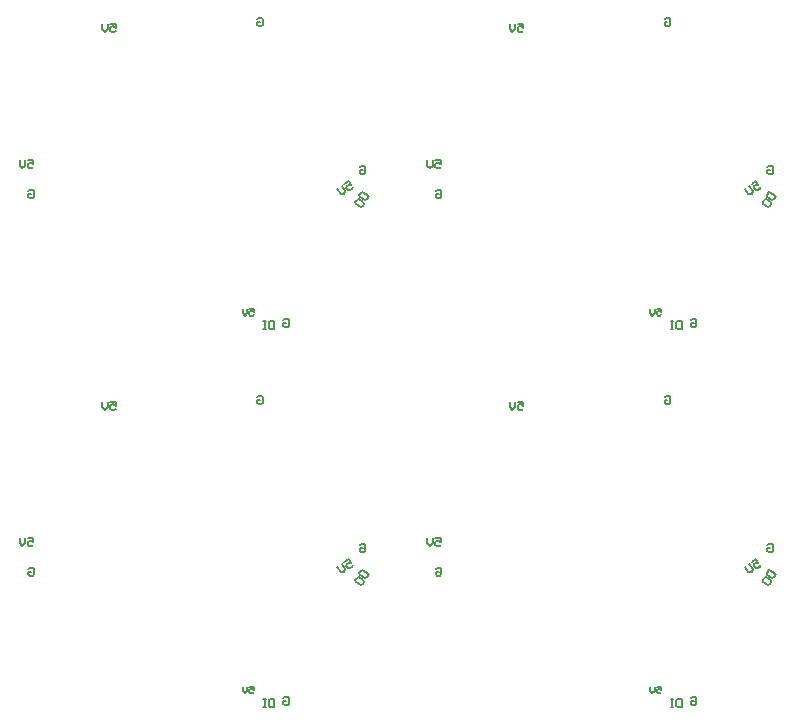
<source format=gbr>
G04 CAM350 V9.5.1 (Build 211) Date:  Sun Feb 09 09:32:50 2025 *
G04 Database: G:\2025-02-01  ºÏÆ´  ºÚÄ¤\2025-02-01-116\1.cam *
G04 Layer 5: GBO *
%FSLAX35Y35*%
%MOIN*%
%SFA1.000B1.000*%

%MIA0B0*%
%IPPOS*%
%ADD70C,0.00500*%
%LNGBO*%
%LPD*%
G54D70*
X106942Y140241D02*
G01X107400Y140700D01*
X108317*
X108775Y140241*
Y138409*
X108317Y137950*
X107400*
X106942Y138409*
Y139325*
X107858*
X115713Y39902D02*
G01X116171Y40360D01*
X117087*
X117545Y39902*
Y38069*
X117087Y37610*
X116171*
X115713Y38069*
Y38985*
X116629*
X141746Y82853D02*
G01X144127Y81479D01*
X143440Y80289*
X142814Y80120*
X141227Y81037*
X141059Y81662*
X141746Y82853*
X139685Y79282D02*
G01X140143Y80075D01*
X140768Y80243*
X142356Y79327*
X142524Y78701*
X142065Y77907*
X141439Y77740*
X139852Y78656*
X139685Y79282*
X135940Y85218D02*
G01X137440Y86269D01*
X138229Y85144*
X137216Y84993*
X136840Y84730*
X136728Y84092*
X137253Y83341*
X137891Y83229*
X138643Y83755*
X138755Y84393*
X135189Y84693D02*
G01X136240Y83191D01*
X136015Y81915*
X134739Y82140*
X133687Y83641*
X141201Y90955D02*
G01X141659Y91414D01*
X142576*
X143034Y90955*
Y89122*
X142576Y88664*
X141659*
X141201Y89122*
Y90039*
X142117*
X112631Y39784D02*
G01Y37034D01*
X111256*
X110798Y37493*
Y39326*
X111256Y39784*
X112631*
X109882D02*
G01X108966D01*
X109423*
Y37034*
X109882*
X108966*
X104334Y43732D02*
G01X105800D01*
Y42633*
X105067Y43000*
X104700*
X104334Y42633*
Y41900*
X104700Y41533*
X105434*
X105800Y41900*
X103601Y43732D02*
G01Y42266D01*
X102867Y41533*
X102135Y42266*
Y43732*
X30549Y93375D02*
G01X32383D01*
Y92000*
X31467Y92459*
X31008*
X30549Y92000*
Y91084*
X31008Y90625*
X31924*
X32383Y91084*
X29634Y93375D02*
G01Y91542D01*
X28717Y90625*
X27800Y91542*
Y93375*
X57999Y138817D02*
G01X59833D01*
Y137442*
X58917Y137900*
X58458*
X57999Y137442*
Y136525*
X58458Y136067*
X59374*
X59833Y136525*
X57083Y138817D02*
G01Y136984D01*
X56167Y136067*
X55250Y136984*
Y138817*
X30731Y83039D02*
G01X31190Y83497D01*
X32105*
X32564Y83039*
Y81206*
X32105Y80747*
X31190*
X30731Y81206*
Y82122*
X31648*
X242769Y140241D02*
G01X243226Y140700D01*
X244144*
X244601Y140241*
Y138409*
X244144Y137950*
X243226*
X242769Y138409*
Y139325*
X243685*
X251539Y39902D02*
G01X251998Y40360D01*
X252913*
X253372Y39902*
Y38069*
X252913Y37610*
X251998*
X251539Y38069*
Y38985*
X252456*
X277573Y82853D02*
G01X279954Y81479D01*
X279267Y80289*
X278641Y80120*
X277054Y81037*
X276886Y81662*
X277573Y82853*
X275512Y79282D02*
G01X275969Y80075D01*
X276595Y80243*
X278183Y79327*
X278351Y78701*
X277892Y77907*
X277266Y77740*
X275679Y78656*
X275512Y79282*
X271767Y85218D02*
G01X273267Y86269D01*
X274056Y85144*
X273043Y84993*
X272667Y84730*
X272554Y84092*
X273080Y83341*
X273718Y83229*
X274469Y83755*
X274582Y84393*
X271015Y84693D02*
G01X272067Y83191D01*
X271842Y81915*
X270566Y82140*
X269514Y83641*
X277028Y90955D02*
G01X277486Y91414D01*
X278403*
X278861Y90955*
Y89122*
X278403Y88664*
X277486*
X277028Y89122*
Y90039*
X277944*
X248458Y39784D02*
G01Y37034D01*
X247083*
X246625Y37493*
Y39326*
X247083Y39784*
X248458*
X245709D02*
G01X244792D01*
X245250*
Y37034*
X245709*
X244792*
X240160Y43732D02*
G01X241627D01*
Y42633*
X240894Y43000*
X240527*
X240160Y42633*
Y41900*
X240527Y41533*
X241260*
X241627Y41900*
X239428Y43732D02*
G01Y42266D01*
X238694Y41533*
X237961Y42266*
Y43732*
X166376Y93375D02*
G01X168210D01*
Y92000*
X167293Y92459*
X166835*
X166376Y92000*
Y91084*
X166835Y90625*
X167751*
X168210Y91084*
X165461Y93375D02*
G01Y91542D01*
X164543Y90625*
X163627Y91542*
Y93375*
X193826Y138817D02*
G01X195660D01*
Y137442*
X194743Y137900*
X194285*
X193826Y137442*
Y136525*
X194285Y136067*
X195201*
X195660Y136525*
X192910Y138817D02*
G01Y136984D01*
X191993Y136067*
X191077Y136984*
Y138817*
X166558Y83039D02*
G01X167017Y83497D01*
X167932*
X168391Y83039*
Y81206*
X167932Y80747*
X167017*
X166558Y81206*
Y82122*
X167474*
X106942Y266226D02*
G01X107400Y266684D01*
X108317*
X108775Y266226*
Y264393*
X108317Y263934*
X107400*
X106942Y264393*
Y265309*
X107858*
X115713Y165886D02*
G01X116171Y166345D01*
X117087*
X117545Y165886*
Y164053*
X117087Y163595*
X116171*
X115713Y164053*
Y164970*
X116629*
X141746Y208837D02*
G01X144127Y207463D01*
X143440Y206273*
X142814Y206104*
X141227Y207021*
X141059Y207647*
X141746Y208837*
X139685Y205266D02*
G01X140143Y206059D01*
X140768Y206228*
X142356Y205311*
X142524Y204685*
X142065Y203891*
X141439Y203724*
X139852Y204640*
X139685Y205266*
X135940Y211202D02*
G01X137440Y212254D01*
X138229Y211128*
X137216Y210978*
X136840Y210715*
X136728Y210077*
X137253Y209325*
X137891Y209213*
X138643Y209739*
X138755Y210377*
X135189Y210677D02*
G01X136240Y209176D01*
X136015Y207900*
X134739Y208124*
X133687Y209626*
X141201Y216939D02*
G01X141659Y217398D01*
X142576*
X143034Y216939*
Y215107*
X142576Y214648*
X141659*
X141201Y215107*
Y216023*
X142117*
X112631Y165769D02*
G01Y163019D01*
X111256*
X110798Y163477*
Y165310*
X111256Y165769*
X112631*
X109882D02*
G01X108966D01*
X109423*
Y163019*
X109882*
X108966*
X104334Y169717D02*
G01X105800D01*
Y168618*
X105067Y168984*
X104700*
X104334Y168618*
Y167884*
X104700Y167518*
X105434*
X105800Y167884*
X103601Y169717D02*
G01Y168250D01*
X102867Y167518*
X102135Y168250*
Y169717*
X30549Y219359D02*
G01X32383D01*
Y217984*
X31467Y218443*
X31008*
X30549Y217984*
Y217068*
X31008Y216609*
X31924*
X32383Y217068*
X29634Y219359D02*
G01Y217527D01*
X28717Y216609*
X27800Y217527*
Y219359*
X57999Y264801D02*
G01X59833D01*
Y263426*
X58917Y263885*
X58458*
X57999Y263426*
Y262510*
X58458Y262051*
X59374*
X59833Y262510*
X57083Y264801D02*
G01Y262968D01*
X56167Y262051*
X55250Y262968*
Y264801*
X30731Y209023D02*
G01X31190Y209481D01*
X32105*
X32564Y209023*
Y207190*
X32105Y206731*
X31190*
X30731Y207190*
Y208106*
X31648*
X242769Y266226D02*
G01X243226Y266684D01*
X244144*
X244601Y266226*
Y264393*
X244144Y263934*
X243226*
X242769Y264393*
Y265309*
X243685*
X251539Y165886D02*
G01X251998Y166345D01*
X252913*
X253372Y165886*
Y164053*
X252913Y163595*
X251998*
X251539Y164053*
Y164970*
X252456*
X277573Y208837D02*
G01X279954Y207463D01*
X279267Y206273*
X278641Y206104*
X277054Y207021*
X276886Y207647*
X277573Y208837*
X275512Y205266D02*
G01X275969Y206059D01*
X276595Y206228*
X278183Y205311*
X278351Y204685*
X277892Y203891*
X277266Y203724*
X275679Y204640*
X275512Y205266*
X271767Y211202D02*
G01X273267Y212254D01*
X274056Y211128*
X273043Y210978*
X272667Y210715*
X272554Y210077*
X273080Y209325*
X273718Y209213*
X274469Y209739*
X274582Y210377*
X271015Y210677D02*
G01X272067Y209176D01*
X271842Y207900*
X270566Y208124*
X269514Y209626*
X277028Y216939D02*
G01X277486Y217398D01*
X278403*
X278861Y216939*
Y215107*
X278403Y214648*
X277486*
X277028Y215107*
Y216023*
X277944*
X248458Y165769D02*
G01Y163019D01*
X247083*
X246625Y163477*
Y165310*
X247083Y165769*
X248458*
X245709D02*
G01X244792D01*
X245250*
Y163019*
X245709*
X244792*
X240160Y169717D02*
G01X241627D01*
Y168618*
X240894Y168984*
X240527*
X240160Y168618*
Y167884*
X240527Y167518*
X241260*
X241627Y167884*
X239428Y169717D02*
G01Y168250D01*
X238694Y167518*
X237961Y168250*
Y169717*
X166376Y219359D02*
G01X168210D01*
Y217984*
X167293Y218443*
X166835*
X166376Y217984*
Y217068*
X166835Y216609*
X167751*
X168210Y217068*
X165461Y219359D02*
G01Y217527D01*
X164543Y216609*
X163627Y217527*
Y219359*
X193826Y264801D02*
G01X195660D01*
Y263426*
X194743Y263885*
X194285*
X193826Y263426*
Y262510*
X194285Y262051*
X195201*
X195660Y262510*
X192910Y264801D02*
G01Y262968D01*
X191993Y262051*
X191077Y262968*
Y264801*
X166558Y209023D02*
G01X167017Y209481D01*
X167932*
X168391Y209023*
Y207190*
X167932Y206731*
X167017*
X166558Y207190*
Y208106*
X167474*
M02*

</source>
